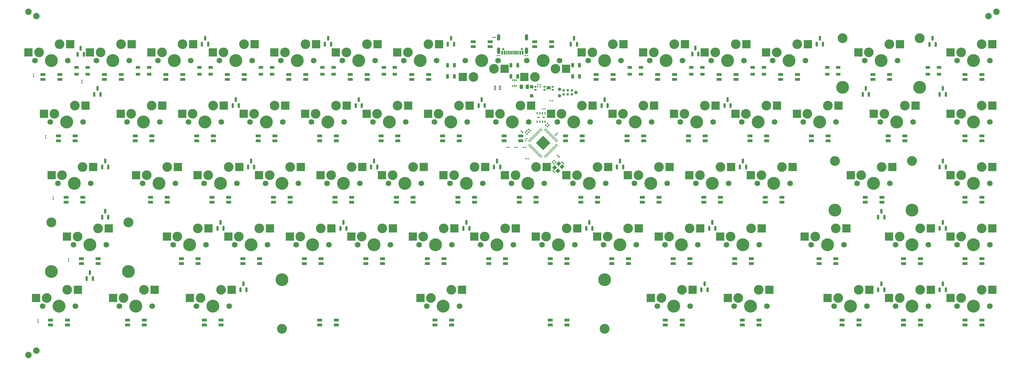
<source format=gbs>
G04 #@! TF.GenerationSoftware,KiCad,Pcbnew,(7.0.0)*
G04 #@! TF.CreationDate,2023-05-11T10:29:33-07:00*
G04 #@! TF.ProjectId,pcb-rails,7063622d-7261-4696-9c73-2e6b69636164,1.0*
G04 #@! TF.SameCoordinates,Original*
G04 #@! TF.FileFunction,Soldermask,Bot*
G04 #@! TF.FilePolarity,Negative*
%FSLAX46Y46*%
G04 Gerber Fmt 4.6, Leading zero omitted, Abs format (unit mm)*
G04 Created by KiCad (PCBNEW (7.0.0)) date 2023-05-11 10:29:33*
%MOMM*%
%LPD*%
G01*
G04 APERTURE LIST*
G04 Aperture macros list*
%AMRoundRect*
0 Rectangle with rounded corners*
0 $1 Rounding radius*
0 $2 $3 $4 $5 $6 $7 $8 $9 X,Y pos of 4 corners*
0 Add a 4 corners polygon primitive as box body*
4,1,4,$2,$3,$4,$5,$6,$7,$8,$9,$2,$3,0*
0 Add four circle primitives for the rounded corners*
1,1,$1+$1,$2,$3*
1,1,$1+$1,$4,$5*
1,1,$1+$1,$6,$7*
1,1,$1+$1,$8,$9*
0 Add four rect primitives between the rounded corners*
20,1,$1+$1,$2,$3,$4,$5,0*
20,1,$1+$1,$4,$5,$6,$7,0*
20,1,$1+$1,$6,$7,$8,$9,0*
20,1,$1+$1,$8,$9,$2,$3,0*%
%AMRotRect*
0 Rectangle, with rotation*
0 The origin of the aperture is its center*
0 $1 length*
0 $2 width*
0 $3 Rotation angle, in degrees counterclockwise*
0 Add horizontal line*
21,1,$1,$2,0,0,$3*%
G04 Aperture macros list end*
%ADD10C,0.010000*%
%ADD11RoundRect,0.082000X-0.718000X0.328000X-0.718000X-0.328000X0.718000X-0.328000X0.718000X0.328000X0*%
%ADD12C,1.750000*%
%ADD13C,3.000000*%
%ADD14C,4.000000*%
%ADD15R,2.550000X2.500000*%
%ADD16C,2.000000*%
%ADD17RoundRect,0.082000X0.718000X-0.328000X0.718000X0.328000X-0.718000X0.328000X-0.718000X-0.328000X0*%
%ADD18C,3.048000*%
%ADD19C,3.987800*%
%ADD20RoundRect,0.100000X0.130000X0.100000X-0.130000X0.100000X-0.130000X-0.100000X0.130000X-0.100000X0*%
%ADD21RoundRect,0.150000X0.150000X-0.587500X0.150000X0.587500X-0.150000X0.587500X-0.150000X-0.587500X0*%
%ADD22RoundRect,0.090000X0.560000X-0.360000X0.560000X0.360000X-0.560000X0.360000X-0.560000X-0.360000X0*%
%ADD23RotRect,1.150000X1.000000X45.000000*%
%ADD24RoundRect,0.100000X-0.021213X-0.162635X0.162635X0.021213X0.021213X0.162635X-0.162635X-0.021213X0*%
%ADD25RoundRect,0.100000X-0.100000X0.130000X-0.100000X-0.130000X0.100000X-0.130000X0.100000X0.130000X0*%
%ADD26R,0.375000X0.500000*%
%ADD27R,0.300000X0.650000*%
%ADD28RoundRect,0.100000X-0.162635X0.021213X0.021213X-0.162635X0.162635X-0.021213X-0.021213X0.162635X0*%
%ADD29RoundRect,0.100000X0.100000X-0.130000X0.100000X0.130000X-0.100000X0.130000X-0.100000X-0.130000X0*%
%ADD30C,1.067000*%
%ADD31C,0.787000*%
%ADD32R,0.400000X0.800000*%
%ADD33R,0.800000X0.350000*%
%ADD34C,0.650000*%
%ADD35R,0.600000X1.150000*%
%ADD36R,0.300000X1.150000*%
%ADD37O,1.000000X2.000000*%
%ADD38O,1.050000X2.100000*%
%ADD39RoundRect,0.100000X0.162635X-0.021213X-0.021213X0.162635X-0.162635X0.021213X0.021213X-0.162635X0*%
%ADD40RoundRect,0.050000X0.238649X0.309359X-0.309359X-0.238649X-0.238649X-0.309359X0.309359X0.238649X0*%
%ADD41RoundRect,0.050000X-0.238649X0.309359X-0.309359X0.238649X0.238649X-0.309359X0.309359X-0.238649X0*%
%ADD42RotRect,3.200000X3.200000X225.000000*%
%ADD43RoundRect,0.100000X-0.130000X-0.100000X0.130000X-0.100000X0.130000X0.100000X-0.130000X0.100000X0*%
%ADD44RoundRect,0.090000X0.360000X0.560000X-0.360000X0.560000X-0.360000X-0.560000X0.360000X-0.560000X0*%
%ADD45RoundRect,0.140000X-0.170000X0.140000X-0.170000X-0.140000X0.170000X-0.140000X0.170000X0.140000X0*%
%ADD46RoundRect,0.100000X0.021213X0.162635X-0.162635X-0.021213X-0.021213X-0.162635X0.162635X0.021213X0*%
%ADD47R,0.700000X0.340000*%
%ADD48RoundRect,0.090000X-0.360000X-0.560000X0.360000X-0.560000X0.360000X0.560000X-0.360000X0.560000X0*%
%ADD49RoundRect,0.250000X0.300000X-0.300000X0.300000X0.300000X-0.300000X0.300000X-0.300000X-0.300000X0*%
%ADD50RoundRect,0.243750X-0.243750X-0.456250X0.243750X-0.456250X0.243750X0.456250X-0.243750X0.456250X0*%
G04 APERTURE END LIST*
G04 #@! TO.C,U8*
G36*
X164180143Y85458143D02*
G01*
X163767000Y85045001D01*
X163353857Y85458143D01*
X163767000Y85871286D01*
X164180143Y85458143D01*
G37*
D10*
X164180143Y85458143D02*
X163767000Y85045001D01*
X163353857Y85458143D01*
X163767000Y85871286D01*
X164180143Y85458143D01*
G36*
X164427000Y84980000D02*
G01*
X163902000Y84980000D01*
X163902000Y85110000D01*
X164147000Y85360000D01*
X164427000Y85360000D01*
X164427000Y84980000D01*
G37*
G36*
X164427000Y85560000D02*
G01*
X164147000Y85560000D01*
X163902000Y85810000D01*
X163902000Y85940000D01*
X164427000Y85940000D01*
X164427000Y85560000D01*
G37*
G36*
X163632000Y85110000D02*
G01*
X163632000Y84980000D01*
X163107000Y84980000D01*
X163107000Y85360000D01*
X163387000Y85360000D01*
X163632000Y85110000D01*
G37*
G36*
X163632000Y85810000D02*
G01*
X163387000Y85560000D01*
X163107000Y85560000D01*
X163107000Y85940000D01*
X163632000Y85940000D01*
X163632000Y85810000D01*
G37*
G04 #@! TD*
D11*
G04 #@! TO.C,D16*
X26099500Y89520001D03*
X26099500Y88020001D03*
X31299500Y88020001D03*
X31299500Y89520001D03*
G04 #@! TD*
D12*
G04 #@! TO.C,MX18*
X52194500Y74800000D03*
D13*
X53464500Y77340000D03*
D14*
X57274500Y74800000D03*
D13*
X59814500Y79880000D03*
D12*
X62354500Y74800000D03*
D15*
X50189499Y77339999D03*
X63116499Y79879999D03*
G04 #@! TD*
D12*
G04 #@! TO.C,MX6*
X99819500Y93850000D03*
D13*
X101089500Y96390000D03*
D14*
X104899500Y93850000D03*
D13*
X107439500Y98930000D03*
D12*
X109979500Y93850000D03*
D15*
X97814499Y96389999D03*
X110741499Y98929999D03*
G04 #@! TD*
D12*
G04 #@! TO.C,MX67*
X290319500Y17650000D03*
D13*
X291589500Y20190000D03*
D14*
X295399500Y17650000D03*
D13*
X297939500Y22730000D03*
D12*
X300479500Y17650000D03*
D15*
X288314499Y20189999D03*
X301241499Y22729999D03*
G04 #@! TD*
D11*
G04 #@! TO.C,D65*
X145162000Y32370001D03*
X145162000Y30870001D03*
X150362000Y30870001D03*
X150362000Y32370001D03*
G04 #@! TD*
G04 #@! TO.C,D81*
X254699500Y13320001D03*
X254699500Y11820001D03*
X259899500Y11820001D03*
X259899500Y13320001D03*
G04 #@! TD*
G04 #@! TO.C,D72*
X292799500Y32370001D03*
X292799500Y30870001D03*
X297999500Y30870001D03*
X297999500Y32370001D03*
G04 #@! TD*
D12*
G04 #@! TO.C,MX59*
X6950750Y17650000D03*
D13*
X8220750Y20190000D03*
D14*
X12030750Y17650000D03*
D13*
X14570750Y22730000D03*
D12*
X17110750Y17650000D03*
D15*
X4945749Y20189999D03*
X17872749Y22729999D03*
G04 #@! TD*
D12*
G04 #@! TO.C,MX36*
X114107000Y55750000D03*
D13*
X115377000Y58290000D03*
D14*
X119187000Y55750000D03*
D13*
X121727000Y60830000D03*
D12*
X124267000Y55750000D03*
D15*
X112101999Y58289999D03*
X125028999Y60829999D03*
G04 #@! TD*
D12*
G04 #@! TO.C,MX2*
X23619500Y93850000D03*
D13*
X24889500Y96390000D03*
D14*
X28699500Y93850000D03*
D13*
X31239500Y98930000D03*
D12*
X33779500Y93850000D03*
D15*
X21614499Y96389999D03*
X34541499Y98929999D03*
G04 #@! TD*
D11*
G04 #@! TO.C,D25*
X197549500Y89520001D03*
X197549500Y88020001D03*
X202749500Y88020001D03*
X202749500Y89520001D03*
G04 #@! TD*
G04 #@! TO.C,D17*
X45149500Y89520001D03*
X45149500Y88020001D03*
X50349500Y88020001D03*
X50349500Y89520001D03*
G04 #@! TD*
G04 #@! TO.C,D78*
X164212000Y13320001D03*
X164212000Y11820001D03*
X169412000Y11820001D03*
X169412000Y13320001D03*
G04 #@! TD*
G04 #@! TO.C,D71*
X273749500Y32370001D03*
X273749500Y30870001D03*
X278949500Y30870001D03*
X278949500Y32370001D03*
G04 #@! TD*
D12*
G04 #@! TO.C,MX60*
X30763250Y17650000D03*
D13*
X32033250Y20190000D03*
D14*
X35843250Y17650000D03*
D13*
X38383250Y22730000D03*
D12*
X40923250Y17650000D03*
D15*
X28758249Y20189999D03*
X41685249Y22729999D03*
G04 #@! TD*
D12*
G04 #@! TO.C,MX58*
X290319500Y36700000D03*
D13*
X291589500Y39240000D03*
D14*
X295399500Y36700000D03*
D13*
X297939500Y41780000D03*
D12*
X300479500Y36700000D03*
D15*
X288314499Y39239999D03*
X301241499Y41779999D03*
G04 #@! TD*
D11*
G04 #@! TO.C,D29*
X292799500Y89520001D03*
X292799500Y88020001D03*
X297999500Y88020001D03*
X297999500Y89520001D03*
G04 #@! TD*
G04 #@! TO.C,D48*
X78487000Y51420001D03*
X78487000Y49920001D03*
X83687000Y49920001D03*
X83687000Y51420001D03*
G04 #@! TD*
D12*
G04 #@! TO.C,MX20*
X90294500Y74800000D03*
D13*
X91564500Y77340000D03*
D14*
X95374500Y74800000D03*
D13*
X97914500Y79880000D03*
D12*
X100454500Y74800000D03*
D15*
X88289499Y77339999D03*
X101216499Y79879999D03*
G04 #@! TD*
D12*
G04 #@! TO.C,MX40*
X190307000Y55750000D03*
D13*
X191577000Y58290000D03*
D14*
X195387000Y55750000D03*
D13*
X197927000Y60830000D03*
D12*
X200467000Y55750000D03*
D15*
X188301999Y58289999D03*
X201228999Y60829999D03*
G04 #@! TD*
D11*
G04 #@! TO.C,D73*
X9430750Y13320001D03*
X9430750Y11820001D03*
X14630750Y11820001D03*
X14630750Y13320001D03*
G04 #@! TD*
G04 #@! TO.C,D67*
X183262000Y32370001D03*
X183262000Y30870001D03*
X188462000Y30870001D03*
X188462000Y32370001D03*
G04 #@! TD*
D12*
G04 #@! TO.C,MX28*
X242694500Y74800000D03*
D13*
X243964500Y77340000D03*
D14*
X247774500Y74800000D03*
D13*
X250314500Y79880000D03*
D12*
X252854500Y74800000D03*
D15*
X240689499Y77339999D03*
X253616499Y79879999D03*
G04 #@! TD*
D11*
G04 #@! TO.C,D37*
X149924500Y70470001D03*
X149924500Y68970001D03*
X155124500Y68970001D03*
X155124500Y70470001D03*
G04 #@! TD*
D12*
G04 #@! TO.C,MX52*
X161732000Y36700000D03*
D13*
X163002000Y39240000D03*
D14*
X166812000Y36700000D03*
D13*
X169352000Y41780000D03*
D12*
X171892000Y36700000D03*
D15*
X159726999Y39239999D03*
X172653999Y41779999D03*
G04 #@! TD*
D11*
G04 #@! TO.C,D28*
X264224500Y89520001D03*
X264224500Y88020001D03*
X269424500Y88020001D03*
X269424500Y89520001D03*
G04 #@! TD*
D12*
G04 #@! TO.C,MX8*
X148079500Y93850000D03*
D13*
X146809500Y91310000D03*
D14*
X142999500Y93850000D03*
D13*
X140459500Y88770000D03*
D12*
X137919500Y93850000D03*
D15*
X150084499Y91309999D03*
X137157499Y88769999D03*
G04 #@! TD*
D12*
G04 #@! TO.C,MX12*
X214119500Y93850000D03*
D13*
X215389500Y96390000D03*
D14*
X219199500Y93850000D03*
D13*
X221739500Y98930000D03*
D12*
X224279500Y93850000D03*
D15*
X212114499Y96389999D03*
X225041499Y98929999D03*
G04 #@! TD*
D12*
G04 #@! TO.C,MX46*
X47432000Y36700000D03*
D13*
X48702000Y39240000D03*
D14*
X52512000Y36700000D03*
D13*
X55052000Y41780000D03*
D12*
X57592000Y36700000D03*
D15*
X45426999Y39239999D03*
X58353999Y41779999D03*
G04 #@! TD*
D12*
G04 #@! TO.C,MX38*
X152207000Y55750000D03*
D13*
X153477000Y58290000D03*
D14*
X157287000Y55750000D03*
D13*
X159827000Y60830000D03*
D12*
X162367000Y55750000D03*
D15*
X150201999Y58289999D03*
X163128999Y60829999D03*
G04 #@! TD*
D16*
G04 #@! TO.C,REF\u002A\u002A*
X2500000Y2500000D03*
G04 #@! TD*
D11*
G04 #@! TO.C,D51*
X135637000Y51420001D03*
X135637000Y49920001D03*
X140837000Y49920001D03*
X140837000Y51420001D03*
G04 #@! TD*
G04 #@! TO.C,D38*
X168974500Y70470001D03*
X168974500Y68970001D03*
X174174500Y68970001D03*
X174174500Y70470001D03*
G04 #@! TD*
D12*
G04 #@! TO.C,MX29*
X266507000Y74800000D03*
D13*
X267777000Y77340000D03*
D14*
X271587000Y74800000D03*
D13*
X274127000Y79880000D03*
D12*
X276667000Y74800000D03*
D15*
X264501999Y77339999D03*
X277428999Y79879999D03*
G04 #@! TD*
D11*
G04 #@! TO.C,D55*
X211837000Y51420001D03*
X211837000Y49920001D03*
X217037000Y49920001D03*
X217037000Y51420001D03*
G04 #@! TD*
G04 #@! TO.C,D76*
X92774500Y13320001D03*
X92774500Y11820001D03*
X97974500Y11820001D03*
X97974500Y13320001D03*
G04 #@! TD*
D12*
G04 #@! TO.C,MX33*
X56957000Y55750000D03*
D13*
X58227000Y58290000D03*
D14*
X62037000Y55750000D03*
D13*
X64577000Y60830000D03*
D12*
X67117000Y55750000D03*
D15*
X54951999Y58289999D03*
X67878999Y60829999D03*
G04 #@! TD*
D11*
G04 #@! TO.C,D15*
X7049500Y89520001D03*
X7049500Y88020001D03*
X12249500Y88020001D03*
X12249500Y89520001D03*
G04 #@! TD*
D12*
G04 #@! TO.C,MX43*
X259363250Y55750000D03*
D13*
X260633250Y58290000D03*
D14*
X264443250Y55750000D03*
D13*
X266983250Y60830000D03*
D12*
X269523250Y55750000D03*
D15*
X257358249Y58289999D03*
X270285249Y60829999D03*
G04 #@! TD*
D11*
G04 #@! TO.C,D74*
X33243250Y13320001D03*
X33243250Y11820001D03*
X38443250Y11820001D03*
X38443250Y13320001D03*
G04 #@! TD*
G04 #@! TO.C,D27*
X235649500Y89520001D03*
X235649500Y88020001D03*
X240849500Y88020001D03*
X240849500Y89520001D03*
G04 #@! TD*
D12*
G04 #@! TO.C,MX34*
X76007000Y55750000D03*
D13*
X77277000Y58290000D03*
D14*
X81087000Y55750000D03*
D13*
X83627000Y60830000D03*
D12*
X86167000Y55750000D03*
D15*
X74001999Y58289999D03*
X86928999Y60829999D03*
G04 #@! TD*
D12*
G04 #@! TO.C,MX9*
X167129500Y93850000D03*
D13*
X165859500Y91310000D03*
D14*
X162049500Y93850000D03*
D13*
X159509500Y88770000D03*
D12*
X156969500Y93850000D03*
D15*
X169134499Y91309999D03*
X156207499Y88769999D03*
G04 #@! TD*
D11*
G04 #@! TO.C,D58*
X292799500Y51420001D03*
X292799500Y49920001D03*
X297999500Y49920001D03*
X297999500Y51420001D03*
G04 #@! TD*
D12*
G04 #@! TO.C,MX64*
X221263250Y17650000D03*
D13*
X222533250Y20190000D03*
D14*
X226343250Y17650000D03*
D13*
X228883250Y22730000D03*
D12*
X231423250Y17650000D03*
D15*
X219258249Y20189999D03*
X232185249Y22729999D03*
G04 #@! TD*
D12*
G04 #@! TO.C,MX62*
X126013250Y17650000D03*
D13*
X127283250Y20190000D03*
D14*
X131093250Y17650000D03*
D13*
X133633250Y22730000D03*
D12*
X136173250Y17650000D03*
D15*
X124008249Y20189999D03*
X136935249Y22729999D03*
G04 #@! TD*
D12*
G04 #@! TO.C,MX1*
X4569500Y93850000D03*
D13*
X5839500Y96390000D03*
D14*
X9649500Y93850000D03*
D13*
X12189500Y98930000D03*
D12*
X14729500Y93850000D03*
D15*
X2564499Y96389999D03*
X15491499Y98929999D03*
G04 #@! TD*
D11*
G04 #@! TO.C,D54*
X192787000Y51420001D03*
X192787000Y49920001D03*
X197987000Y49920001D03*
X197987000Y51420001D03*
G04 #@! TD*
D17*
G04 #@! TO.C,D22*
X145599500Y98179999D03*
X145599500Y99679999D03*
X140399500Y99679999D03*
X140399500Y98179999D03*
G04 #@! TD*
D12*
G04 #@! TO.C,MX54*
X199832000Y36700000D03*
D13*
X201102000Y39240000D03*
D14*
X204912000Y36700000D03*
D13*
X207452000Y41780000D03*
D12*
X209992000Y36700000D03*
D15*
X197826999Y39239999D03*
X210753999Y41779999D03*
G04 #@! TD*
D12*
G04 #@! TO.C,MX48*
X85532000Y36700000D03*
D13*
X86802000Y39240000D03*
D14*
X90612000Y36700000D03*
D13*
X93152000Y41780000D03*
D12*
X95692000Y36700000D03*
D15*
X83526999Y39239999D03*
X96453999Y41779999D03*
G04 #@! TD*
D11*
G04 #@! TO.C,D52*
X154687000Y51420001D03*
X154687000Y49920001D03*
X159887000Y49920001D03*
X159887000Y51420001D03*
G04 #@! TD*
D12*
G04 #@! TO.C,MX35*
X95057000Y55750000D03*
D13*
X96327000Y58290000D03*
D14*
X100137000Y55750000D03*
D13*
X102677000Y60830000D03*
D12*
X105217000Y55750000D03*
D15*
X93051999Y58289999D03*
X105978999Y60829999D03*
G04 #@! TD*
D11*
G04 #@! TO.C,D40*
X207074500Y70470001D03*
X207074500Y68970001D03*
X212274500Y68970001D03*
X212274500Y70470001D03*
G04 #@! TD*
G04 #@! TO.C,D49*
X97537000Y51420001D03*
X97537000Y49920001D03*
X102737000Y49920001D03*
X102737000Y51420001D03*
G04 #@! TD*
D12*
G04 #@! TO.C,MX57*
X271269500Y36700000D03*
D13*
X272539500Y39240000D03*
D14*
X276349500Y36700000D03*
D13*
X278889500Y41780000D03*
D12*
X281429500Y36700000D03*
D15*
X269264499Y39239999D03*
X282191499Y41779999D03*
G04 #@! TD*
D11*
G04 #@! TO.C,D33*
X73724500Y70470001D03*
X73724500Y68970001D03*
X78924500Y68970001D03*
X78924500Y70470001D03*
G04 #@! TD*
G04 #@! TO.C,D66*
X164212000Y32370001D03*
X164212000Y30870001D03*
X169412000Y30870001D03*
X169412000Y32370001D03*
G04 #@! TD*
G04 #@! TO.C,D64*
X126112000Y32370001D03*
X126112000Y30870001D03*
X131312000Y30870001D03*
X131312000Y32370001D03*
G04 #@! TD*
D12*
G04 #@! TO.C,MX39*
X171257000Y55750000D03*
D13*
X172527000Y58290000D03*
D14*
X176337000Y55750000D03*
D13*
X178877000Y60830000D03*
D12*
X181417000Y55750000D03*
D15*
X169251999Y58289999D03*
X182178999Y60829999D03*
G04 #@! TD*
D12*
G04 #@! TO.C,MX21*
X109344500Y74800000D03*
D13*
X110614500Y77340000D03*
D14*
X114424500Y74800000D03*
D13*
X116964500Y79880000D03*
D12*
X119504500Y74800000D03*
D15*
X107339499Y77339999D03*
X120266499Y79879999D03*
G04 #@! TD*
D12*
G04 #@! TO.C,MX23*
X147444500Y74800000D03*
D13*
X148714500Y77340000D03*
D14*
X152524500Y74800000D03*
D13*
X155064500Y79880000D03*
D12*
X157604500Y74800000D03*
D15*
X145439499Y77339999D03*
X158366499Y79879999D03*
G04 #@! TD*
D11*
G04 #@! TO.C,D69*
X221362000Y32370001D03*
X221362000Y30870001D03*
X226562000Y30870001D03*
X226562000Y32370001D03*
G04 #@! TD*
D12*
G04 #@! TO.C,MX19*
X71244500Y74800000D03*
D13*
X72514500Y77340000D03*
D14*
X76324500Y74800000D03*
D13*
X78864500Y79880000D03*
D12*
X81404500Y74800000D03*
D15*
X69239499Y77339999D03*
X82166499Y79879999D03*
G04 #@! TD*
D11*
G04 #@! TO.C,D19*
X83249500Y89520001D03*
X83249500Y88020001D03*
X88449500Y88020001D03*
X88449500Y89520001D03*
G04 #@! TD*
G04 #@! TO.C,D39*
X188024500Y70470001D03*
X188024500Y68970001D03*
X193224500Y68970001D03*
X193224500Y70470001D03*
G04 #@! TD*
G04 #@! TO.C,D77*
X128493250Y13320001D03*
X128493250Y11820001D03*
X133693250Y11820001D03*
X133693250Y13320001D03*
G04 #@! TD*
D17*
G04 #@! TO.C,D23*
X164649500Y98179999D03*
X164649500Y99679999D03*
X159449500Y99679999D03*
X159449500Y98179999D03*
G04 #@! TD*
D12*
G04 #@! TO.C,MX56*
X245075750Y36700000D03*
D13*
X246345750Y39240000D03*
D14*
X250155750Y36700000D03*
D13*
X252695750Y41780000D03*
D12*
X255235750Y36700000D03*
D15*
X243070749Y39239999D03*
X255997749Y41779999D03*
G04 #@! TD*
D11*
G04 #@! TO.C,D53*
X173737000Y51420001D03*
X173737000Y49920001D03*
X178937000Y49920001D03*
X178937000Y51420001D03*
G04 #@! TD*
D12*
G04 #@! TO.C,MX44*
X290319500Y55750000D03*
D13*
X291589500Y58290000D03*
D14*
X295399500Y55750000D03*
D13*
X297939500Y60830000D03*
D12*
X300479500Y55750000D03*
D15*
X288314499Y58289999D03*
X301241499Y60829999D03*
G04 #@! TD*
D11*
G04 #@! TO.C,D75*
X57055750Y13320001D03*
X57055750Y11820001D03*
X62255750Y11820001D03*
X62255750Y13320001D03*
G04 #@! TD*
D18*
G04 #@! TO.C,REF\u002A\u002A*
X254886500Y100835000D03*
D19*
X254886500Y85595000D03*
D18*
X278762500Y100835000D03*
D19*
X278762500Y85595000D03*
G04 #@! TD*
D11*
G04 #@! TO.C,D60*
X49912000Y32370001D03*
X49912000Y30870001D03*
X55112000Y30870001D03*
X55112000Y32370001D03*
G04 #@! TD*
D12*
G04 #@! TO.C,MX7*
X118869500Y93850000D03*
D13*
X120139500Y96390000D03*
D14*
X123949500Y93850000D03*
D13*
X126489500Y98930000D03*
D12*
X129029500Y93850000D03*
D15*
X116864499Y96389999D03*
X129791499Y98929999D03*
G04 #@! TD*
D12*
G04 #@! TO.C,MX17*
X33144500Y74800000D03*
D13*
X34414500Y77340000D03*
D14*
X38224500Y74800000D03*
D13*
X40764500Y79880000D03*
D12*
X43304500Y74800000D03*
D15*
X31139499Y77339999D03*
X44066499Y79879999D03*
G04 #@! TD*
D11*
G04 #@! TO.C,D18*
X64199500Y89520001D03*
X64199500Y88020001D03*
X69399500Y88020001D03*
X69399500Y89520001D03*
G04 #@! TD*
D12*
G04 #@! TO.C,MX63*
X197450750Y17650000D03*
D13*
X198720750Y20190000D03*
D14*
X202530750Y17650000D03*
D13*
X205070750Y22730000D03*
D12*
X207610750Y17650000D03*
D15*
X195445749Y20189999D03*
X208372749Y22729999D03*
G04 #@! TD*
D12*
G04 #@! TO.C,MX45*
X16475750Y36700000D03*
D13*
X17745750Y39240000D03*
D14*
X21555750Y36700000D03*
D13*
X24095750Y41780000D03*
D12*
X26635750Y36700000D03*
D15*
X14470749Y39239999D03*
X27397749Y41779999D03*
G04 #@! TD*
D12*
G04 #@! TO.C,MX16*
X9332000Y74800000D03*
D13*
X10602000Y77340000D03*
D14*
X14412000Y74800000D03*
D13*
X16952000Y79880000D03*
D12*
X19492000Y74800000D03*
D15*
X7326999Y77339999D03*
X20253999Y79879999D03*
G04 #@! TD*
D11*
G04 #@! TO.C,D24*
X178499500Y89520001D03*
X178499500Y88020001D03*
X183699500Y88020001D03*
X183699500Y89520001D03*
G04 #@! TD*
G04 #@! TO.C,D50*
X116587000Y51420001D03*
X116587000Y49920001D03*
X121787000Y49920001D03*
X121787000Y51420001D03*
G04 #@! TD*
G04 #@! TO.C,D47*
X59437000Y51420001D03*
X59437000Y49920001D03*
X64637000Y49920001D03*
X64637000Y51420001D03*
G04 #@! TD*
D12*
G04 #@! TO.C,MX55*
X218882000Y36700000D03*
D13*
X220152000Y39240000D03*
D14*
X223962000Y36700000D03*
D13*
X226502000Y41780000D03*
D12*
X229042000Y36700000D03*
D15*
X216876999Y39239999D03*
X229803999Y41779999D03*
G04 #@! TD*
D18*
G04 #@! TO.C,REF\u002A\u002A*
X181093250Y10665000D03*
D19*
X181093250Y25905000D03*
D18*
X81093250Y10665000D03*
D19*
X81093250Y25905000D03*
G04 #@! TD*
D18*
G04 #@! TO.C,REF\u002A\u002A*
X252505250Y62735000D03*
D19*
X252505250Y47495000D03*
D18*
X276381250Y62735000D03*
D19*
X276381250Y47495000D03*
G04 #@! TD*
D11*
G04 #@! TO.C,D42*
X245174500Y70470001D03*
X245174500Y68970001D03*
X250374500Y68970001D03*
X250374500Y70470001D03*
G04 #@! TD*
G04 #@! TO.C,D44*
X292799500Y70470001D03*
X292799500Y68970001D03*
X297999500Y68970001D03*
X297999500Y70470001D03*
G04 #@! TD*
G04 #@! TO.C,D32*
X54674500Y70470001D03*
X54674500Y68970001D03*
X59874500Y68970001D03*
X59874500Y70470001D03*
G04 #@! TD*
G04 #@! TO.C,D36*
X130874500Y70470001D03*
X130874500Y68970001D03*
X136074500Y68970001D03*
X136074500Y70470001D03*
G04 #@! TD*
D12*
G04 #@! TO.C,MX42*
X228407000Y55750000D03*
D13*
X229677000Y58290000D03*
D14*
X233487000Y55750000D03*
D13*
X236027000Y60830000D03*
D12*
X238567000Y55750000D03*
D15*
X226401999Y58289999D03*
X239328999Y60829999D03*
G04 #@! TD*
D12*
G04 #@! TO.C,MX26*
X204594500Y74800000D03*
D13*
X205864500Y77340000D03*
D14*
X209674500Y74800000D03*
D13*
X212214500Y79880000D03*
D12*
X214754500Y74800000D03*
D15*
X202589499Y77339999D03*
X215516499Y79879999D03*
G04 #@! TD*
D12*
G04 #@! TO.C,MX5*
X80769500Y93850000D03*
D13*
X82039500Y96390000D03*
D14*
X85849500Y93850000D03*
D13*
X88389500Y98930000D03*
D12*
X90929500Y93850000D03*
D15*
X78764499Y96389999D03*
X91691499Y98929999D03*
G04 #@! TD*
D11*
G04 #@! TO.C,D34*
X92774500Y70470001D03*
X92774500Y68970001D03*
X97974500Y68970001D03*
X97974500Y70470001D03*
G04 #@! TD*
G04 #@! TO.C,D56*
X230887000Y51420001D03*
X230887000Y49920001D03*
X236087000Y49920001D03*
X236087000Y51420001D03*
G04 #@! TD*
D12*
G04 #@! TO.C,MX49*
X104582000Y36700000D03*
D13*
X105852000Y39240000D03*
D14*
X109662000Y36700000D03*
D13*
X112202000Y41780000D03*
D12*
X114742000Y36700000D03*
D15*
X102576999Y39239999D03*
X115503999Y41779999D03*
G04 #@! TD*
D12*
G04 #@! TO.C,MX53*
X180782000Y36700000D03*
D13*
X182052000Y39240000D03*
D14*
X185862000Y36700000D03*
D13*
X188402000Y41780000D03*
D12*
X190942000Y36700000D03*
D15*
X178776999Y39239999D03*
X191703999Y41779999D03*
G04 #@! TD*
D11*
G04 #@! TO.C,D68*
X202312000Y32370001D03*
X202312000Y30870001D03*
X207512000Y30870001D03*
X207512000Y32370001D03*
G04 #@! TD*
D12*
G04 #@! TO.C,MX50*
X123632000Y36700000D03*
D13*
X124902000Y39240000D03*
D14*
X128712000Y36700000D03*
D13*
X131252000Y41780000D03*
D12*
X133792000Y36700000D03*
D15*
X121626999Y39239999D03*
X134553999Y41779999D03*
G04 #@! TD*
D11*
G04 #@! TO.C,D61*
X68962000Y32370001D03*
X68962000Y30870001D03*
X74162000Y30870001D03*
X74162000Y32370001D03*
G04 #@! TD*
G04 #@! TO.C,D43*
X268987000Y70470001D03*
X268987000Y68970001D03*
X274187000Y68970001D03*
X274187000Y70470001D03*
G04 #@! TD*
G04 #@! TO.C,D57*
X261843250Y51420001D03*
X261843250Y49920001D03*
X267043250Y49920001D03*
X267043250Y51420001D03*
G04 #@! TD*
G04 #@! TO.C,D80*
X223743250Y13320001D03*
X223743250Y11820001D03*
X228943250Y11820001D03*
X228943250Y13320001D03*
G04 #@! TD*
D12*
G04 #@! TO.C,MX41*
X209357000Y55750000D03*
D13*
X210627000Y58290000D03*
D14*
X214437000Y55750000D03*
D13*
X216977000Y60830000D03*
D12*
X219517000Y55750000D03*
D15*
X207351999Y58289999D03*
X220278999Y60829999D03*
G04 #@! TD*
D11*
G04 #@! TO.C,D26*
X216599500Y89520001D03*
X216599500Y88020001D03*
X221799500Y88020001D03*
X221799500Y89520001D03*
G04 #@! TD*
D12*
G04 #@! TO.C,MX11*
X195069500Y93850000D03*
D13*
X196339500Y96390000D03*
D14*
X200149500Y93850000D03*
D13*
X202689500Y98930000D03*
D12*
X205229500Y93850000D03*
D15*
X193064499Y96389999D03*
X205991499Y98929999D03*
G04 #@! TD*
D11*
G04 #@! TO.C,D41*
X226124500Y70470001D03*
X226124500Y68970001D03*
X231324500Y68970001D03*
X231324500Y70470001D03*
G04 #@! TD*
D12*
G04 #@! TO.C,MX65*
X252219500Y17650000D03*
D13*
X253489500Y20190000D03*
D14*
X257299500Y17650000D03*
D13*
X259839500Y22730000D03*
D12*
X262379500Y17650000D03*
D15*
X250214499Y20189999D03*
X263141499Y22729999D03*
G04 #@! TD*
D11*
G04 #@! TO.C,D31*
X35624500Y70470001D03*
X35624500Y68970001D03*
X40824500Y68970001D03*
X40824500Y70470001D03*
G04 #@! TD*
D16*
G04 #@! TO.C,REF\u002A\u002A*
X302549000Y109000000D03*
G04 #@! TD*
D12*
G04 #@! TO.C,MX24*
X166494500Y74800000D03*
D13*
X167764500Y77340000D03*
D14*
X171574500Y74800000D03*
D13*
X174114500Y79880000D03*
D12*
X176654500Y74800000D03*
D15*
X164489499Y77339999D03*
X177416499Y79879999D03*
G04 #@! TD*
D12*
G04 #@! TO.C,MX14*
X261744500Y93850000D03*
D13*
X263014500Y96390000D03*
D14*
X266824500Y93850000D03*
D13*
X269364500Y98930000D03*
D12*
X271904500Y93850000D03*
D15*
X259739499Y96389999D03*
X272666499Y98929999D03*
G04 #@! TD*
D12*
G04 #@! TO.C,MX4*
X61719500Y93850000D03*
D13*
X62989500Y96390000D03*
D14*
X66799500Y93850000D03*
D13*
X69339500Y98930000D03*
D12*
X71879500Y93850000D03*
D15*
X59714499Y96389999D03*
X72641499Y98929999D03*
G04 #@! TD*
D12*
G04 #@! TO.C,MX13*
X233169500Y93850000D03*
D13*
X234439500Y96390000D03*
D14*
X238249500Y93850000D03*
D13*
X240789500Y98930000D03*
D12*
X243329500Y93850000D03*
D15*
X231164499Y96389999D03*
X244091499Y98929999D03*
G04 #@! TD*
D12*
G04 #@! TO.C,MX3*
X42669500Y93850000D03*
D13*
X43939500Y96390000D03*
D14*
X47749500Y93850000D03*
D13*
X50289500Y98930000D03*
D12*
X52829500Y93850000D03*
D15*
X40664499Y96389999D03*
X53591499Y98929999D03*
G04 #@! TD*
D12*
G04 #@! TO.C,MX66*
X271269500Y17650000D03*
D13*
X272539500Y20190000D03*
D14*
X276349500Y17650000D03*
D13*
X278889500Y22730000D03*
D12*
X281429500Y17650000D03*
D15*
X269264499Y20189999D03*
X282191499Y22729999D03*
G04 #@! TD*
D11*
G04 #@! TO.C,D79*
X199930750Y13320001D03*
X199930750Y11820001D03*
X205130750Y11820001D03*
X205130750Y13320001D03*
G04 #@! TD*
D12*
G04 #@! TO.C,MX15*
X290319500Y93850000D03*
D13*
X291589500Y96390000D03*
D14*
X295399500Y93850000D03*
D13*
X297939500Y98930000D03*
D12*
X300479500Y93850000D03*
D15*
X288314499Y96389999D03*
X301241499Y98929999D03*
G04 #@! TD*
D11*
G04 #@! TO.C,D63*
X107062000Y32370001D03*
X107062000Y30870001D03*
X112262000Y30870001D03*
X112262000Y32370001D03*
G04 #@! TD*
G04 #@! TO.C,D35*
X111824500Y70470001D03*
X111824500Y68970001D03*
X117024500Y68970001D03*
X117024500Y70470001D03*
G04 #@! TD*
D12*
G04 #@! TO.C,MX31*
X11713250Y55750000D03*
D13*
X12983250Y58290000D03*
D14*
X16793250Y55750000D03*
D13*
X19333250Y60830000D03*
D12*
X21873250Y55750000D03*
D15*
X9708249Y58289999D03*
X22635249Y60829999D03*
G04 #@! TD*
D11*
G04 #@! TO.C,D62*
X88012000Y32370001D03*
X88012000Y30870001D03*
X93212000Y30870001D03*
X93212000Y32370001D03*
G04 #@! TD*
D12*
G04 #@! TO.C,MX27*
X223644500Y74800000D03*
D13*
X224914500Y77340000D03*
D14*
X228724500Y74800000D03*
D13*
X231264500Y79880000D03*
D12*
X233804500Y74800000D03*
D15*
X221639499Y77339999D03*
X234566499Y79879999D03*
G04 #@! TD*
D11*
G04 #@! TO.C,D59*
X18955750Y32370001D03*
X18955750Y30870001D03*
X24155750Y30870001D03*
X24155750Y32370001D03*
G04 #@! TD*
D12*
G04 #@! TO.C,MX61*
X54575750Y17650000D03*
D13*
X55845750Y20190000D03*
D14*
X59655750Y17650000D03*
D13*
X62195750Y22730000D03*
D12*
X64735750Y17650000D03*
D15*
X52570749Y20189999D03*
X65497749Y22729999D03*
G04 #@! TD*
D12*
G04 #@! TO.C,MX47*
X66482000Y36700000D03*
D13*
X67752000Y39240000D03*
D14*
X71562000Y36700000D03*
D13*
X74102000Y41780000D03*
D12*
X76642000Y36700000D03*
D15*
X64476999Y39239999D03*
X77403999Y41779999D03*
G04 #@! TD*
D12*
G04 #@! TO.C,MX32*
X37907000Y55750000D03*
D13*
X39177000Y58290000D03*
D14*
X42987000Y55750000D03*
D13*
X45527000Y60830000D03*
D12*
X48067000Y55750000D03*
D15*
X35901999Y58289999D03*
X48828999Y60829999D03*
G04 #@! TD*
D12*
G04 #@! TO.C,MX10*
X176019500Y93850000D03*
D13*
X177289500Y96390000D03*
D14*
X181099500Y93850000D03*
D13*
X183639500Y98930000D03*
D12*
X186179500Y93850000D03*
D15*
X174014499Y96389999D03*
X186941499Y98929999D03*
G04 #@! TD*
D18*
G04 #@! TO.C,REF\u002A\u002A*
X9617750Y43685000D03*
D19*
X9617750Y28445000D03*
D18*
X33493750Y43685000D03*
D19*
X33493750Y28445000D03*
G04 #@! TD*
D11*
G04 #@! TO.C,D20*
X102299500Y89520001D03*
X102299500Y88020001D03*
X107499500Y88020001D03*
X107499500Y89520001D03*
G04 #@! TD*
D16*
G04 #@! TO.C,REF\u002A\u002A*
X2500000Y109000000D03*
G04 #@! TD*
D12*
G04 #@! TO.C,MX51*
X142682000Y36700000D03*
D13*
X143952000Y39240000D03*
D14*
X147762000Y36700000D03*
D13*
X150302000Y41780000D03*
D12*
X152842000Y36700000D03*
D15*
X140676999Y39239999D03*
X153603999Y41779999D03*
G04 #@! TD*
D11*
G04 #@! TO.C,D83*
X292799500Y13320001D03*
X292799500Y11820001D03*
X297999500Y11820001D03*
X297999500Y13320001D03*
G04 #@! TD*
D12*
G04 #@! TO.C,MX30*
X290319500Y74800000D03*
D13*
X291589500Y77340000D03*
D14*
X295399500Y74800000D03*
D13*
X297939500Y79880000D03*
D12*
X300479500Y74800000D03*
D15*
X288314499Y77339999D03*
X301241499Y79879999D03*
G04 #@! TD*
D11*
G04 #@! TO.C,D82*
X273749500Y13320001D03*
X273749500Y11820001D03*
X278949500Y11820001D03*
X278949500Y13320001D03*
G04 #@! TD*
G04 #@! TO.C,D70*
X247555750Y32370001D03*
X247555750Y30870001D03*
X252755750Y30870001D03*
X252755750Y32370001D03*
G04 #@! TD*
D12*
G04 #@! TO.C,MX22*
X128394500Y74800000D03*
D13*
X129664500Y77340000D03*
D14*
X133474500Y74800000D03*
D13*
X136014500Y79880000D03*
D12*
X138554500Y74800000D03*
D15*
X126389499Y77339999D03*
X139316499Y79879999D03*
G04 #@! TD*
D11*
G04 #@! TO.C,D45*
X14193250Y51420001D03*
X14193250Y49920001D03*
X19393250Y49920001D03*
X19393250Y51420001D03*
G04 #@! TD*
D12*
G04 #@! TO.C,MX37*
X133157000Y55750000D03*
D13*
X134427000Y58290000D03*
D14*
X138237000Y55750000D03*
D13*
X140777000Y60830000D03*
D12*
X143317000Y55750000D03*
D15*
X131151999Y58289999D03*
X144078999Y60829999D03*
G04 #@! TD*
D11*
G04 #@! TO.C,D21*
X121349500Y89520001D03*
X121349500Y88020001D03*
X126549500Y88020001D03*
X126549500Y89520001D03*
G04 #@! TD*
G04 #@! TO.C,D46*
X40387000Y51420001D03*
X40387000Y49920001D03*
X45587000Y49920001D03*
X45587000Y51420001D03*
G04 #@! TD*
D12*
G04 #@! TO.C,MX25*
X185544500Y74800000D03*
D13*
X186814500Y77340000D03*
D14*
X190624500Y74800000D03*
D13*
X193164500Y79880000D03*
D12*
X195704500Y74800000D03*
D15*
X183539499Y77339999D03*
X196466499Y79879999D03*
G04 #@! TD*
D11*
G04 #@! TO.C,D30*
X11812000Y70470001D03*
X11812000Y68970001D03*
X17012000Y68970001D03*
X17012000Y70470001D03*
G04 #@! TD*
D20*
G04 #@! TO.C,FB2*
X147187000Y101100000D03*
X146547000Y101100000D03*
G04 #@! TD*
D16*
G04 #@! TO.C,REF\u002A\u002A*
X5000000Y3850000D03*
G04 #@! TD*
D21*
G04 #@! TO.C,D108*
X62987000Y41782500D03*
X61087000Y41782500D03*
X62037000Y43657500D03*
G04 #@! TD*
D22*
G04 #@! TO.C,D6*
X112667000Y89650000D03*
X112667000Y91750000D03*
X116117000Y91750000D03*
X116117000Y89650000D03*
G04 #@! TD*
D21*
G04 #@! TO.C,D90*
X248727000Y98932500D03*
X246827000Y98932500D03*
X247777000Y100807500D03*
G04 #@! TD*
G04 #@! TO.C,D109*
X101087000Y41782500D03*
X99187000Y41782500D03*
X100137000Y43657500D03*
G04 #@! TD*
G04 #@! TO.C,D91*
X283687000Y98902500D03*
X281787000Y98902500D03*
X282737000Y100777500D03*
G04 #@! TD*
D23*
G04 #@! TO.C,Y2*
X165633306Y60666255D03*
X166870743Y61903692D03*
X167860692Y60913743D03*
X166623255Y59676306D03*
G04 #@! TD*
D22*
G04 #@! TO.C,D4*
X74577000Y89650000D03*
X74577000Y91750000D03*
X78027000Y91750000D03*
X78027000Y89650000D03*
G04 #@! TD*
D24*
G04 #@! TO.C,C32*
X163410726Y73343726D03*
X163863274Y73796274D03*
G04 #@! TD*
D16*
G04 #@! TO.C,REF\u002A\u002A*
X5000000Y107650000D03*
G04 #@! TD*
D25*
G04 #@! TO.C,C12*
X15017000Y32360000D03*
X15017000Y31720000D03*
G04 #@! TD*
D21*
G04 #@! TO.C,D92*
X24877000Y83382500D03*
X22977000Y83382500D03*
X23927000Y85257500D03*
G04 #@! TD*
D26*
G04 #@! TO.C,U2*
X153674499Y86029999D03*
D27*
X153136999Y85954999D03*
D26*
X152599499Y86029999D03*
X152599499Y87729999D03*
D27*
X153136999Y87804999D03*
D26*
X153674499Y87729999D03*
G04 #@! TD*
D20*
G04 #@! TO.C,C31*
X156597000Y66960000D03*
X155957000Y66960000D03*
G04 #@! TD*
D21*
G04 #@! TO.C,D84*
X19687000Y95832500D03*
X17787000Y95832500D03*
X18737000Y97707500D03*
G04 #@! TD*
G04 #@! TO.C,D104*
X186817000Y60832500D03*
X184917000Y60832500D03*
X185867000Y62707500D03*
G04 #@! TD*
D28*
G04 #@! TO.C,R2*
X157040726Y72066274D03*
X157493274Y71613726D03*
G04 #@! TD*
D29*
G04 #@! TO.C,FB1*
X160457000Y85780000D03*
X160457000Y86420000D03*
G04 #@! TD*
D20*
G04 #@! TO.C,C30*
X157377000Y63400000D03*
X156737000Y63400000D03*
G04 #@! TD*
D30*
G04 #@! TO.C,J1*
X172207000Y83970000D03*
X167127000Y82954000D03*
X167127000Y84986000D03*
D31*
X170937000Y83335000D03*
X170937000Y84605000D03*
X169667000Y83335000D03*
X169667000Y84605000D03*
X168397000Y83335000D03*
X168397000Y84605000D03*
G04 #@! TD*
D21*
G04 #@! TO.C,D110*
X139187000Y41782500D03*
X137287000Y41782500D03*
X138237000Y43657500D03*
G04 #@! TD*
G04 #@! TO.C,D88*
X172527000Y98922500D03*
X170627000Y98922500D03*
X171577000Y100797500D03*
G04 #@! TD*
G04 #@! TO.C,D116*
X70127000Y22732500D03*
X68227000Y22732500D03*
X69177000Y24607500D03*
G04 #@! TD*
G04 #@! TO.C,D107*
X27267000Y45292500D03*
X25367000Y45292500D03*
X26317000Y47167500D03*
G04 #@! TD*
D32*
G04 #@! TO.C,U1*
X162624999Y74929999D03*
X161824999Y74929999D03*
X161024999Y74929999D03*
X160224999Y74929999D03*
X160224999Y77529999D03*
X161024999Y77529999D03*
X161824999Y77529999D03*
X162624999Y77529999D03*
D33*
X162226999Y76229999D03*
X160626999Y76229999D03*
G04 #@! TD*
D22*
G04 #@! TO.C,D5*
X93627000Y89650000D03*
X93627000Y91750000D03*
X97077000Y91750000D03*
X97077000Y89650000D03*
G04 #@! TD*
G04 #@! TO.C,D2*
X36477000Y89650000D03*
X36477000Y91750000D03*
X39927000Y91750000D03*
X39927000Y89650000D03*
G04 #@! TD*
D21*
G04 #@! TO.C,D96*
X182047000Y79882500D03*
X180147000Y79882500D03*
X181097000Y81757500D03*
G04 #@! TD*
G04 #@! TO.C,D95*
X143947000Y79882500D03*
X142047000Y79882500D03*
X142997000Y81757500D03*
G04 #@! TD*
G04 #@! TO.C,D106*
X286827000Y60832500D03*
X284927000Y60832500D03*
X285877000Y62707500D03*
G04 #@! TD*
D16*
G04 #@! TO.C,REF\u002A\u002A*
X300049000Y107650000D03*
G04 #@! TD*
D25*
G04 #@! TO.C,C9*
X4177000Y89510000D03*
X4177000Y88870000D03*
G04 #@! TD*
D34*
G04 #@! TO.C,J2*
X149647000Y97420000D03*
X155427000Y97420000D03*
D35*
X149336999Y96344999D03*
X150136999Y96344999D03*
D36*
X151286999Y96344999D03*
X152286999Y96344999D03*
X152786999Y96344999D03*
X153786999Y96344999D03*
D35*
X154936999Y96344999D03*
X155736999Y96344999D03*
X155736999Y96344999D03*
X154936999Y96344999D03*
D36*
X154286999Y96344999D03*
X153286999Y96344999D03*
X151786999Y96344999D03*
X150786999Y96344999D03*
D35*
X150136999Y96344999D03*
X149336999Y96344999D03*
D37*
X148216999Y101099999D03*
X156856999Y101099999D03*
D38*
X148216999Y96919999D03*
X156856999Y96919999D03*
G04 #@! TD*
D21*
G04 #@! TO.C,D100*
X27267000Y60832500D03*
X25367000Y60832500D03*
X26317000Y62707500D03*
G04 #@! TD*
D39*
G04 #@! TO.C,C27*
X158003274Y72103726D03*
X157550726Y72556274D03*
G04 #@! TD*
D20*
G04 #@! TO.C,C1*
X162647000Y78890000D03*
X162007000Y78890000D03*
G04 #@! TD*
D25*
G04 #@! TO.C,C11*
X10267000Y51410000D03*
X10267000Y50770000D03*
G04 #@! TD*
D39*
G04 #@! TO.C,C33*
X155703274Y71523726D03*
X155250726Y71976274D03*
G04 #@! TD*
D40*
G04 #@! TO.C,U6*
X162629202Y72557786D03*
X162912045Y72274943D03*
X163194887Y71992101D03*
X163477730Y71709258D03*
X163760573Y71426415D03*
X164043415Y71143573D03*
X164326258Y70860730D03*
X164609101Y70577887D03*
X164891944Y70295044D03*
X165174786Y70012202D03*
X165457629Y69729359D03*
X165740472Y69446516D03*
X166023314Y69163674D03*
X166306157Y68880831D03*
D41*
X166306157Y67696427D03*
X166023314Y67413584D03*
X165740472Y67130742D03*
X165457629Y66847899D03*
X165174786Y66565056D03*
X164891944Y66282214D03*
X164609101Y65999371D03*
X164326258Y65716528D03*
X164043415Y65433685D03*
X163760573Y65150843D03*
X163477730Y64868000D03*
X163194887Y64585157D03*
X162912045Y64302315D03*
X162629202Y64019472D03*
D40*
X161444798Y64019472D03*
X161161955Y64302315D03*
X160879113Y64585157D03*
X160596270Y64868000D03*
X160313427Y65150843D03*
X160030585Y65433685D03*
X159747742Y65716528D03*
X159464899Y65999371D03*
X159182056Y66282214D03*
X158899214Y66565056D03*
X158616371Y66847899D03*
X158333528Y67130742D03*
X158050686Y67413584D03*
X157767843Y67696427D03*
D41*
X157767843Y68880831D03*
X158050686Y69163674D03*
X158333528Y69446516D03*
X158616371Y69729359D03*
X158899214Y70012202D03*
X159182056Y70295044D03*
X159464899Y70577887D03*
X159747742Y70860730D03*
X160030585Y71143573D03*
X160313427Y71426415D03*
X160596270Y71709258D03*
X160879113Y71992101D03*
X161161955Y72274943D03*
X161444798Y72557786D03*
D42*
X162036999Y68288628D03*
G04 #@! TD*
D21*
G04 #@! TO.C,D117*
X213007000Y22732500D03*
X211107000Y22732500D03*
X212057000Y24607500D03*
G04 #@! TD*
D25*
G04 #@! TO.C,C13*
X5537000Y13320000D03*
X5537000Y12680000D03*
G04 #@! TD*
G04 #@! TO.C,C16*
X161157000Y86410000D03*
X161157000Y85770000D03*
G04 #@! TD*
D21*
G04 #@! TO.C,D102*
X110617000Y60832500D03*
X108717000Y60832500D03*
X109667000Y62707500D03*
G04 #@! TD*
G04 #@! TO.C,D113*
X267777000Y45282500D03*
X265877000Y45282500D03*
X266827000Y47157500D03*
G04 #@! TD*
G04 #@! TO.C,D114*
X286827000Y41782500D03*
X284927000Y41782500D03*
X285877000Y43657500D03*
G04 #@! TD*
D43*
G04 #@! TO.C,R4*
X156547000Y95400000D03*
X157187000Y95400000D03*
G04 #@! TD*
D21*
G04 #@! TO.C,D87*
X134427000Y98932500D03*
X132527000Y98932500D03*
X133477000Y100807500D03*
G04 #@! TD*
D43*
G04 #@! TO.C,C25*
X150867000Y66970000D03*
X151507000Y66970000D03*
G04 #@! TD*
D44*
G04 #@! TO.C,D9*
X173297000Y88950000D03*
X171197000Y88950000D03*
X171197000Y92400000D03*
X173297000Y92400000D03*
G04 #@! TD*
D24*
G04 #@! TO.C,R20*
X165460726Y61883726D03*
X165913274Y62336274D03*
G04 #@! TD*
D21*
G04 #@! TO.C,D86*
X96327000Y98932500D03*
X94427000Y98932500D03*
X95377000Y100807500D03*
G04 #@! TD*
D45*
G04 #@! TO.C,C40*
X165007000Y85770000D03*
X165007000Y84810000D03*
G04 #@! TD*
D21*
G04 #@! TO.C,D97*
X220147000Y79882500D03*
X218247000Y79882500D03*
X219197000Y81757500D03*
G04 #@! TD*
D39*
G04 #@! TO.C,C24*
X165613274Y59213726D03*
X165160726Y59666274D03*
G04 #@! TD*
D21*
G04 #@! TO.C,D85*
X58227000Y98922500D03*
X56327000Y98922500D03*
X57277000Y100797500D03*
G04 #@! TD*
D46*
G04 #@! TO.C,C35*
X165443274Y62816274D03*
X164990726Y62363726D03*
G04 #@! TD*
D24*
G04 #@! TO.C,C28*
X165950726Y70773726D03*
X166403274Y71226274D03*
G04 #@! TD*
D44*
G04 #@! TO.C,D8*
X154197000Y88940000D03*
X152097000Y88940000D03*
X152097000Y92390000D03*
X154197000Y92390000D03*
G04 #@! TD*
D28*
G04 #@! TO.C,C23*
X167870726Y62366274D03*
X168323274Y61913726D03*
G04 #@! TD*
D22*
G04 #@! TO.C,D10*
X188877000Y89650000D03*
X188877000Y91750000D03*
X192327000Y91750000D03*
X192327000Y89650000D03*
G04 #@! TD*
D21*
G04 #@! TO.C,D98*
X263007000Y83382500D03*
X261107000Y83382500D03*
X262057000Y85257500D03*
G04 #@! TD*
D28*
G04 #@! TO.C,R1*
X156580726Y71576274D03*
X157033274Y71123726D03*
G04 #@! TD*
D20*
G04 #@! TO.C,C34*
X153997000Y66980000D03*
X153357000Y66980000D03*
G04 #@! TD*
D21*
G04 #@! TO.C,D94*
X105847000Y79882500D03*
X103947000Y79882500D03*
X104897000Y81757500D03*
G04 #@! TD*
D47*
G04 #@! TO.C,U7*
X147136999Y84919999D03*
X147136999Y85419999D03*
X147136999Y85919999D03*
X148636999Y85919999D03*
X148636999Y85419999D03*
X148636999Y84919999D03*
G04 #@! TD*
D20*
G04 #@! TO.C,R3*
X148527000Y95400000D03*
X147887000Y95400000D03*
G04 #@! TD*
D24*
G04 #@! TO.C,C26*
X156510726Y69163726D03*
X156963274Y69616274D03*
G04 #@! TD*
D43*
G04 #@! TO.C,R5*
X164267000Y81440000D03*
X164907000Y81440000D03*
G04 #@! TD*
D22*
G04 #@! TO.C,D13*
X250067000Y89630000D03*
X250067000Y91730000D03*
X253517000Y91730000D03*
X253517000Y89630000D03*
G04 #@! TD*
D21*
G04 #@! TO.C,D111*
X177287000Y41782500D03*
X175387000Y41782500D03*
X176337000Y43657500D03*
G04 #@! TD*
D45*
G04 #@! TO.C,C15*
X159637000Y85780000D03*
X159637000Y84820000D03*
G04 #@! TD*
D48*
G04 #@! TO.C,D7*
X132437000Y92440000D03*
X134537000Y92440000D03*
X134537000Y88990000D03*
X132437000Y88990000D03*
G04 #@! TD*
D49*
G04 #@! TO.C,D120*
X158467000Y82970000D03*
X158467000Y85770000D03*
G04 #@! TD*
D50*
G04 #@! TO.C,F1*
X155289500Y85770000D03*
X157164500Y85770000D03*
G04 #@! TD*
D21*
G04 #@! TO.C,D89*
X210167000Y95862500D03*
X208267000Y95862500D03*
X209217000Y97737500D03*
G04 #@! TD*
D22*
G04 #@! TO.C,D1*
X17427000Y89650000D03*
X17427000Y91750000D03*
X20877000Y91750000D03*
X20877000Y89650000D03*
G04 #@! TD*
G04 #@! TO.C,D3*
X55527000Y89650000D03*
X55527000Y91750000D03*
X58977000Y91750000D03*
X58977000Y89650000D03*
G04 #@! TD*
D21*
G04 #@! TO.C,D112*
X215387000Y41782500D03*
X213487000Y41782500D03*
X214437000Y43657500D03*
G04 #@! TD*
D24*
G04 #@! TO.C,R17*
X162910726Y73843726D03*
X163363274Y74296274D03*
G04 #@! TD*
D21*
G04 #@! TO.C,D103*
X148717000Y60832500D03*
X146817000Y60832500D03*
X147767000Y62707500D03*
G04 #@! TD*
D22*
G04 #@! TO.C,D11*
X207927000Y89650000D03*
X207927000Y91750000D03*
X211377000Y91750000D03*
X211377000Y89650000D03*
G04 #@! TD*
D25*
G04 #@! TO.C,C10*
X7867000Y70470000D03*
X7867000Y69830000D03*
G04 #@! TD*
D21*
G04 #@! TO.C,D119*
X286827000Y22732500D03*
X284927000Y22732500D03*
X285877000Y24607500D03*
G04 #@! TD*
D22*
G04 #@! TO.C,D12*
X226987000Y89650000D03*
X226987000Y91750000D03*
X230437000Y91750000D03*
X230437000Y89650000D03*
G04 #@! TD*
D25*
G04 #@! TO.C,C14*
X19157000Y87650000D03*
X19157000Y87010000D03*
G04 #@! TD*
D21*
G04 #@! TO.C,D115*
X22507000Y26222500D03*
X20607000Y26222500D03*
X21557000Y28097500D03*
G04 #@! TD*
G04 #@! TO.C,D101*
X72507000Y60832500D03*
X70607000Y60832500D03*
X71557000Y62707500D03*
G04 #@! TD*
G04 #@! TO.C,D105*
X224917000Y60832500D03*
X223017000Y60832500D03*
X223967000Y62707500D03*
G04 #@! TD*
G04 #@! TO.C,D93*
X67747000Y79882500D03*
X65847000Y79882500D03*
X66797000Y81757500D03*
G04 #@! TD*
D22*
G04 #@! TO.C,D14*
X281247000Y89640000D03*
X281247000Y91740000D03*
X284697000Y91740000D03*
X284697000Y89640000D03*
G04 #@! TD*
D21*
G04 #@! TO.C,D118*
X267777000Y22732500D03*
X265877000Y22732500D03*
X266827000Y24607500D03*
G04 #@! TD*
D28*
G04 #@! TO.C,C29*
X166500726Y64436274D03*
X166953274Y63983726D03*
G04 #@! TD*
D21*
G04 #@! TO.C,D99*
X286827000Y83382500D03*
X284927000Y83382500D03*
X285877000Y85257500D03*
G04 #@! TD*
D45*
G04 #@! TO.C,C39*
X162457000Y85780000D03*
X162457000Y84820000D03*
G04 #@! TD*
M02*

</source>
